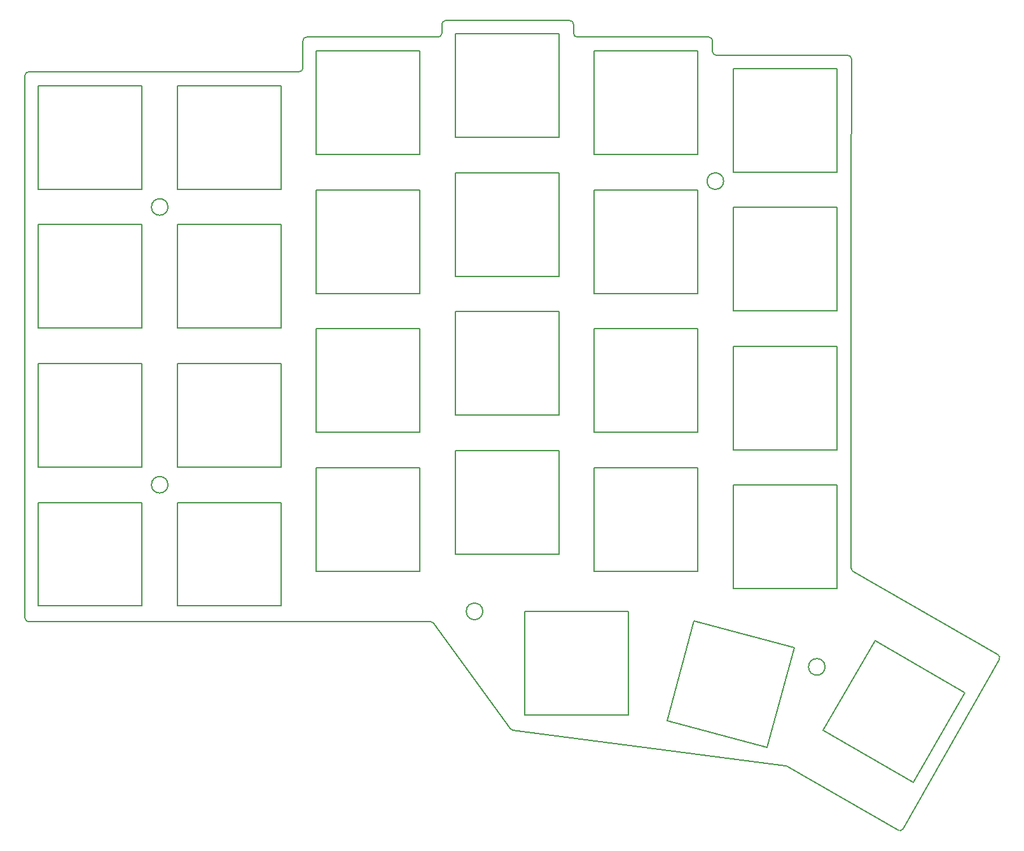
<source format=gm1>
G04 #@! TF.GenerationSoftware,KiCad,Pcbnew,8.0.8+1*
G04 #@! TF.CreationDate,2025-03-02T13:34:38+00:00*
G04 #@! TF.ProjectId,frontplate,66726f6e-7470-46c6-9174-652e6b696361,0.2*
G04 #@! TF.SameCoordinates,Original*
G04 #@! TF.FileFunction,Profile,NP*
%FSLAX46Y46*%
G04 Gerber Fmt 4.6, Leading zero omitted, Abs format (unit mm)*
G04 Created by KiCad (PCBNEW 8.0.8+1) date 2025-03-02 13:34:38*
%MOMM*%
%LPD*%
G01*
G04 APERTURE LIST*
G04 #@! TA.AperFunction,Profile*
%ADD10C,0.150000*%
G04 #@! TD*
G04 APERTURE END LIST*
D10*
X91316986Y-108497491D02*
X91315014Y-36227500D01*
X91815000Y-35727486D02*
X127815014Y-35726514D01*
X128315000Y-35226514D02*
X128315000Y-31602500D01*
X128815000Y-31102500D02*
X146315000Y-31102500D01*
X146815000Y-30602500D02*
X146815000Y-29409500D01*
X147315000Y-28909500D02*
X163843000Y-28909500D01*
X164343000Y-29409500D02*
X164343000Y-30602500D01*
X164843000Y-31102500D02*
X182343000Y-31102500D01*
X182843000Y-31602500D02*
X182843000Y-33033041D01*
X183342959Y-33533041D02*
X200842436Y-33534459D01*
X201342395Y-34035063D02*
X201318000Y-54227169D01*
X201318000Y-54227773D02*
X201318000Y-101835943D01*
X201568000Y-102268956D02*
X220822909Y-113385783D01*
X221007605Y-114065858D02*
X208212721Y-136577913D01*
X207528025Y-136763864D02*
X192777482Y-128247634D01*
X192592389Y-128184877D02*
X156258589Y-123427964D01*
X155918609Y-123225565D02*
X145757227Y-109201641D01*
X145352317Y-108995012D02*
X91817009Y-108997477D01*
X91315014Y-36227500D02*
G75*
G02*
X91815000Y-35727514I499986J0D01*
G01*
X128315000Y-35226514D02*
G75*
G02*
X127815013Y-35726500I-500000J14D01*
G01*
X128315000Y-31602500D02*
G75*
G02*
X128815000Y-31102500I500000J0D01*
G01*
X146815000Y-30602500D02*
G75*
G02*
X146315000Y-31102500I-500000J0D01*
G01*
X146815000Y-29409500D02*
G75*
G02*
X147315000Y-28909500I500000J0D01*
G01*
X163843000Y-28909500D02*
G75*
G02*
X164343000Y-29409500I0J-500000D01*
G01*
X164843000Y-31102500D02*
G75*
G02*
X164343000Y-30602500I0J500000D01*
G01*
X182343000Y-31102500D02*
G75*
G02*
X182843000Y-31602500I0J-500000D01*
G01*
X183342959Y-33533041D02*
G75*
G02*
X182842959Y-33033041I41J500041D01*
G01*
X200842436Y-33534459D02*
G75*
G02*
X201342441Y-34035064I-36J-500041D01*
G01*
X201318000Y-54227169D02*
X201318000Y-54227773D01*
X201568000Y-102268956D02*
G75*
G02*
X201317963Y-101835943I250000J433056D01*
G01*
X220822909Y-113385783D02*
G75*
G02*
X221007607Y-114065859I-250009J-433017D01*
G01*
X208212721Y-136577914D02*
G75*
G02*
X207528017Y-136763878I-434721J247114D01*
G01*
X192592389Y-128184877D02*
G75*
G02*
X192777489Y-128247622I-64889J-495823D01*
G01*
X156258589Y-123427964D02*
G75*
G02*
X155918613Y-123225562I64911J495764D01*
G01*
X145352317Y-108995012D02*
G75*
G02*
X145757197Y-109201663I-17J-499988D01*
G01*
X91817009Y-108997477D02*
G75*
G02*
X91317023Y-108497491I-9J499977D01*
G01*
X93100000Y-106900000D02*
X106900000Y-106900000D01*
X106900000Y-106900000D02*
X106900000Y-93100000D01*
X106900000Y-93100000D02*
X93100000Y-93100000D01*
X93100000Y-93100000D02*
X93100000Y-106900000D01*
X93100000Y-88400000D02*
X106900000Y-88400000D01*
X106900000Y-88400000D02*
X106900000Y-74600000D01*
X106900000Y-74600000D02*
X93100000Y-74600000D01*
X93100000Y-74600000D02*
X93100000Y-88400000D01*
X93100000Y-69900000D02*
X106900000Y-69900000D01*
X106900000Y-69900000D02*
X106900000Y-56100000D01*
X106900000Y-56100000D02*
X93100000Y-56100000D01*
X93100000Y-56100000D02*
X93100000Y-69900000D01*
X93100000Y-51400000D02*
X106900000Y-51400000D01*
X106900000Y-51400000D02*
X106900000Y-37600000D01*
X106900000Y-37600000D02*
X93100000Y-37600000D01*
X93100000Y-37600000D02*
X93100000Y-51400000D01*
X111600000Y-106900000D02*
X125400000Y-106900000D01*
X125400000Y-106900000D02*
X125400000Y-93100000D01*
X125400000Y-93100000D02*
X111600000Y-93100000D01*
X111600000Y-93100000D02*
X111600000Y-106900000D01*
X111600000Y-88400000D02*
X125400000Y-88400000D01*
X125400000Y-88400000D02*
X125400000Y-74600000D01*
X125400000Y-74600000D02*
X111600000Y-74600000D01*
X111600000Y-74600000D02*
X111600000Y-88400000D01*
X111600000Y-69900000D02*
X125400000Y-69900000D01*
X125400000Y-69900000D02*
X125400000Y-56100000D01*
X125400000Y-56100000D02*
X111600000Y-56100000D01*
X111600000Y-56100000D02*
X111600000Y-69900000D01*
X111600000Y-51400000D02*
X125400000Y-51400000D01*
X125400000Y-51400000D02*
X125400000Y-37600000D01*
X125400000Y-37600000D02*
X111600000Y-37600000D01*
X111600000Y-37600000D02*
X111600000Y-51400000D01*
X130100000Y-102275000D02*
X143900000Y-102275000D01*
X143900000Y-102275000D02*
X143900000Y-88475000D01*
X143900000Y-88475000D02*
X130100000Y-88475000D01*
X130100000Y-88475000D02*
X130100000Y-102275000D01*
X130100000Y-83775000D02*
X143900000Y-83775000D01*
X143900000Y-83775000D02*
X143900000Y-69975000D01*
X143900000Y-69975000D02*
X130100000Y-69975000D01*
X130100000Y-69975000D02*
X130100000Y-83775000D01*
X130100000Y-65275000D02*
X143900000Y-65275000D01*
X143900000Y-65275000D02*
X143900000Y-51475000D01*
X143900000Y-51475000D02*
X130100000Y-51475000D01*
X130100000Y-51475000D02*
X130100000Y-65275000D01*
X130100000Y-46775000D02*
X143900000Y-46775000D01*
X143900000Y-46775000D02*
X143900000Y-32975000D01*
X143900000Y-32975000D02*
X130100000Y-32975000D01*
X130100000Y-32975000D02*
X130100000Y-46775000D01*
X148600000Y-99962500D02*
X162400000Y-99962500D01*
X162400000Y-99962500D02*
X162400000Y-86162500D01*
X162400000Y-86162500D02*
X148600000Y-86162500D01*
X148600000Y-86162500D02*
X148600000Y-99962500D01*
X148600000Y-81462500D02*
X162400000Y-81462500D01*
X162400000Y-81462500D02*
X162400000Y-67662500D01*
X162400000Y-67662500D02*
X148600000Y-67662500D01*
X148600000Y-67662500D02*
X148600000Y-81462500D01*
X148600000Y-62962500D02*
X162400000Y-62962500D01*
X162400000Y-62962500D02*
X162400000Y-49162500D01*
X162400000Y-49162500D02*
X148600000Y-49162500D01*
X148600000Y-49162500D02*
X148600000Y-62962500D01*
X148600000Y-44462500D02*
X162400000Y-44462500D01*
X162400000Y-44462500D02*
X162400000Y-30662500D01*
X162400000Y-30662500D02*
X148600000Y-30662500D01*
X148600000Y-30662500D02*
X148600000Y-44462500D01*
X167100000Y-102275000D02*
X180900000Y-102275000D01*
X180900000Y-102275000D02*
X180900000Y-88475000D01*
X180900000Y-88475000D02*
X167100000Y-88475000D01*
X167100000Y-88475000D02*
X167100000Y-102275000D01*
X167100000Y-83775000D02*
X180900000Y-83775000D01*
X180900000Y-83775000D02*
X180900000Y-69975000D01*
X180900000Y-69975000D02*
X167100000Y-69975000D01*
X167100000Y-69975000D02*
X167100000Y-83775000D01*
X167100000Y-65275000D02*
X180900000Y-65275000D01*
X180900000Y-65275000D02*
X180900000Y-51475000D01*
X180900000Y-51475000D02*
X167100000Y-51475000D01*
X167100000Y-51475000D02*
X167100000Y-65275000D01*
X167100000Y-46775000D02*
X180900000Y-46775000D01*
X180900000Y-46775000D02*
X180900000Y-32975000D01*
X180900000Y-32975000D02*
X167100000Y-32975000D01*
X167100000Y-32975000D02*
X167100000Y-46775000D01*
X185600000Y-104587500D02*
X199400000Y-104587500D01*
X199400000Y-104587500D02*
X199400000Y-90787500D01*
X199400000Y-90787500D02*
X185600000Y-90787500D01*
X185600000Y-90787500D02*
X185600000Y-104587500D01*
X185600000Y-86087500D02*
X199400000Y-86087500D01*
X199400000Y-86087500D02*
X199400000Y-72287500D01*
X199400000Y-72287500D02*
X185600000Y-72287500D01*
X185600000Y-72287500D02*
X185600000Y-86087500D01*
X185600000Y-67587500D02*
X199400000Y-67587500D01*
X199400000Y-67587500D02*
X199400000Y-53787500D01*
X199400000Y-53787500D02*
X185600000Y-53787500D01*
X185600000Y-53787500D02*
X185600000Y-67587500D01*
X185600000Y-49087500D02*
X199400000Y-49087500D01*
X199400000Y-49087500D02*
X199400000Y-35287500D01*
X199400000Y-35287500D02*
X185600000Y-35287500D01*
X185600000Y-35287500D02*
X185600000Y-49087500D01*
X157850000Y-121462500D02*
X171650000Y-121462500D01*
X171650000Y-121462500D02*
X171650000Y-107662500D01*
X171650000Y-107662500D02*
X157850000Y-107662500D01*
X157850000Y-107662500D02*
X157850000Y-121462500D01*
X176799260Y-122191537D02*
X190129037Y-125763240D01*
X190129037Y-125763240D02*
X193700740Y-112433463D01*
X193700740Y-112433463D02*
X180370963Y-108861760D01*
X180370963Y-108861760D02*
X176799260Y-122191537D01*
X209539418Y-130372823D02*
X216439418Y-118421673D01*
X216439418Y-118421673D02*
X204488268Y-111521673D01*
X204488268Y-111521673D02*
X197588268Y-123472823D01*
X197588268Y-123472823D02*
X209539418Y-130372823D01*
X110350000Y-53750000D02*
G75*
G02*
X108150000Y-53750000I-1100000J0D01*
G01*
X108150000Y-53750000D02*
G75*
G02*
X110350000Y-53750000I1100000J0D01*
G01*
X110350000Y-90750000D02*
G75*
G02*
X108150000Y-90750000I-1100000J0D01*
G01*
X108150000Y-90750000D02*
G75*
G02*
X110350000Y-90750000I1100000J0D01*
G01*
X184318000Y-50298500D02*
G75*
G02*
X182118000Y-50298500I-1100000J0D01*
G01*
X182118000Y-50298500D02*
G75*
G02*
X184318000Y-50298500I1100000J0D01*
G01*
X152257000Y-107615000D02*
G75*
G02*
X150057000Y-107615000I-1100000J0D01*
G01*
X150057000Y-107615000D02*
G75*
G02*
X152257000Y-107615000I1100000J0D01*
G01*
X197824595Y-115006748D02*
G75*
G02*
X195624595Y-115006748I-1100000J0D01*
G01*
X195624595Y-115006748D02*
G75*
G02*
X197824595Y-115006748I1100000J0D01*
G01*
M02*

</source>
